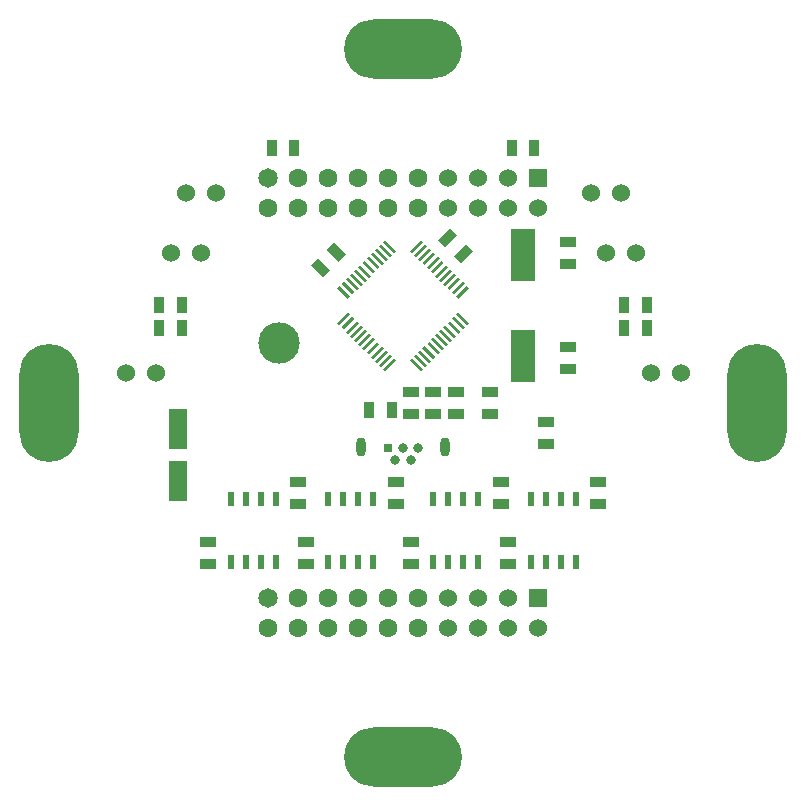
<source format=gbr>
G04 #@! TF.FileFunction,Soldermask,Bot*
%FSLAX46Y46*%
G04 Gerber Fmt 4.6, Leading zero omitted, Abs format (unit mm)*
G04 Created by KiCad (PCBNEW (2015-08-30 BZR 6133)-product) date Sa 31 Okt 2015 12:30:55 CET*
%MOMM*%
G01*
G04 APERTURE LIST*
%ADD10C,0.100000*%
%ADD11C,1.600200*%
%ADD12C,1.651000*%
%ADD13C,1.524000*%
%ADD14R,1.524000X1.524000*%
%ADD15C,3.500000*%
%ADD16R,1.600200X3.500120*%
%ADD17R,1.397000X0.889000*%
%ADD18R,0.889000X1.397000*%
%ADD19R,1.998980X4.500880*%
%ADD20R,0.508000X1.143000*%
%ADD21C,0.800000*%
%ADD22R,0.800000X0.800000*%
%ADD23O,0.800000X1.600000*%
%ADD24O,10.000000X5.001260*%
%ADD25O,5.001260X10.000000*%
G04 APERTURE END LIST*
D10*
D11*
X85485000Y-83860000D03*
D12*
X85485000Y-81320000D03*
D11*
X88025000Y-83860000D03*
X88025000Y-81320000D03*
X90565000Y-83860000D03*
X90565000Y-81320000D03*
X93105000Y-83860000D03*
X93105000Y-81320000D03*
X95645000Y-83860000D03*
X95645000Y-81320000D03*
X98185000Y-83860000D03*
X98185000Y-81320000D03*
D13*
X100725000Y-83860000D03*
X100725000Y-81320000D03*
X103265000Y-83860000D03*
X103265000Y-81320000D03*
X105805000Y-83860000D03*
X105805000Y-81320000D03*
X108345000Y-83860000D03*
D14*
X108345000Y-81320000D03*
D11*
X85455000Y-119420000D03*
D12*
X85485000Y-116880000D03*
D11*
X87995000Y-119420000D03*
X88025000Y-116880000D03*
X90535000Y-119420000D03*
X90565000Y-116880000D03*
X93075000Y-119420000D03*
X93105000Y-116880000D03*
X95615000Y-119420000D03*
X95645000Y-116880000D03*
X98155000Y-119420000D03*
X98185000Y-116880000D03*
D13*
X100695000Y-119420000D03*
X100725000Y-116880000D03*
X103265000Y-119420000D03*
X103265000Y-116880000D03*
X105775000Y-119420000D03*
X105805000Y-116880000D03*
X108315000Y-119420000D03*
D14*
X108345000Y-116880000D03*
D15*
X86405000Y-95290000D03*
D16*
X77865000Y-107014640D03*
X77865000Y-102615360D03*
D17*
X110885000Y-88622500D03*
X110885000Y-86717500D03*
X110885000Y-95607500D03*
X110885000Y-97512500D03*
D10*
G36*
X91097433Y-86784739D02*
X92085261Y-87772567D01*
X91456643Y-88401185D01*
X90468815Y-87413357D01*
X91097433Y-86784739D01*
X91097433Y-86784739D01*
G37*
G36*
X89750395Y-88131777D02*
X90738223Y-89119605D01*
X90109605Y-89748223D01*
X89121777Y-88760395D01*
X89750395Y-88131777D01*
X89750395Y-88131777D01*
G37*
D17*
X99455000Y-99417500D03*
X99455000Y-101322500D03*
X108980000Y-101957500D03*
X108980000Y-103862500D03*
X113425000Y-107037500D03*
X113425000Y-108942500D03*
X105170000Y-107037500D03*
X105170000Y-108942500D03*
X96280000Y-107037500D03*
X96280000Y-108942500D03*
X88025000Y-107037500D03*
X88025000Y-108942500D03*
X105805000Y-114022500D03*
X105805000Y-112117500D03*
X97550000Y-114022500D03*
X97550000Y-112117500D03*
X88660000Y-114022500D03*
X88660000Y-112117500D03*
X80405000Y-114022500D03*
X80405000Y-112117500D03*
D13*
X77230000Y-87670000D03*
X79770000Y-87670000D03*
X73420000Y-97830000D03*
X75960000Y-97830000D03*
X116600000Y-87670000D03*
X114060000Y-87670000D03*
X120410000Y-97830000D03*
X117870000Y-97830000D03*
X78500000Y-82590000D03*
X81040000Y-82590000D03*
X112790000Y-82590000D03*
X115330000Y-82590000D03*
D18*
X95962500Y-101005000D03*
X94057500Y-101005000D03*
D17*
X97550000Y-101322500D03*
X97550000Y-99417500D03*
X101360000Y-99417500D03*
X101360000Y-101322500D03*
X104281000Y-101322500D03*
X104281000Y-99417500D03*
D10*
G36*
X99878258Y-86541086D02*
X100866086Y-85553258D01*
X101494704Y-86181876D01*
X100506876Y-87169704D01*
X99878258Y-86541086D01*
X99878258Y-86541086D01*
G37*
G36*
X101225296Y-87888124D02*
X102213124Y-86900296D01*
X102841742Y-87528914D01*
X101853914Y-88516742D01*
X101225296Y-87888124D01*
X101225296Y-87888124D01*
G37*
D18*
X78182500Y-92115000D03*
X76277500Y-92115000D03*
X78182500Y-94020000D03*
X76277500Y-94020000D03*
X115647500Y-92115000D03*
X117552500Y-92115000D03*
X115647500Y-94020000D03*
X117552500Y-94020000D03*
X85802500Y-78780000D03*
X87707500Y-78780000D03*
X108027500Y-78780000D03*
X106122500Y-78780000D03*
D19*
X107075000Y-87865580D03*
X107075000Y-96364420D03*
D10*
G36*
X102483466Y-93617602D02*
X102306689Y-93794379D01*
X101387450Y-92875140D01*
X101564227Y-92698363D01*
X102483466Y-93617602D01*
X102483466Y-93617602D01*
G37*
G36*
X102129913Y-93971155D02*
X101953136Y-94147932D01*
X101033897Y-93228693D01*
X101210674Y-93051916D01*
X102129913Y-93971155D01*
X102129913Y-93971155D01*
G37*
G36*
X101776359Y-94324709D02*
X101599582Y-94501486D01*
X100680343Y-93582247D01*
X100857120Y-93405470D01*
X101776359Y-94324709D01*
X101776359Y-94324709D01*
G37*
G36*
X101422806Y-94678262D02*
X101246029Y-94855039D01*
X100326790Y-93935800D01*
X100503567Y-93759023D01*
X101422806Y-94678262D01*
X101422806Y-94678262D01*
G37*
G36*
X101069253Y-95031815D02*
X100892476Y-95208592D01*
X99973237Y-94289353D01*
X100150014Y-94112576D01*
X101069253Y-95031815D01*
X101069253Y-95031815D01*
G37*
G36*
X100715699Y-95385369D02*
X100538922Y-95562146D01*
X99619683Y-94642907D01*
X99796460Y-94466130D01*
X100715699Y-95385369D01*
X100715699Y-95385369D01*
G37*
G36*
X100362146Y-95738922D02*
X100185369Y-95915699D01*
X99266130Y-94996460D01*
X99442907Y-94819683D01*
X100362146Y-95738922D01*
X100362146Y-95738922D01*
G37*
G36*
X100008592Y-96092476D02*
X99831815Y-96269253D01*
X98912576Y-95350014D01*
X99089353Y-95173237D01*
X100008592Y-96092476D01*
X100008592Y-96092476D01*
G37*
G36*
X99655039Y-96446029D02*
X99478262Y-96622806D01*
X98559023Y-95703567D01*
X98735800Y-95526790D01*
X99655039Y-96446029D01*
X99655039Y-96446029D01*
G37*
G36*
X99301486Y-96799582D02*
X99124709Y-96976359D01*
X98205470Y-96057120D01*
X98382247Y-95880343D01*
X99301486Y-96799582D01*
X99301486Y-96799582D01*
G37*
G36*
X98947932Y-97153136D02*
X98771155Y-97329913D01*
X97851916Y-96410674D01*
X98028693Y-96233897D01*
X98947932Y-97153136D01*
X98947932Y-97153136D01*
G37*
G36*
X98594379Y-97506689D02*
X98417602Y-97683466D01*
X97498363Y-96764227D01*
X97675140Y-96587450D01*
X98594379Y-97506689D01*
X98594379Y-97506689D01*
G37*
G36*
X95412398Y-97683466D02*
X95235621Y-97506689D01*
X96154860Y-96587450D01*
X96331637Y-96764227D01*
X95412398Y-97683466D01*
X95412398Y-97683466D01*
G37*
G36*
X95058845Y-97329913D02*
X94882068Y-97153136D01*
X95801307Y-96233897D01*
X95978084Y-96410674D01*
X95058845Y-97329913D01*
X95058845Y-97329913D01*
G37*
G36*
X94705291Y-96976359D02*
X94528514Y-96799582D01*
X95447753Y-95880343D01*
X95624530Y-96057120D01*
X94705291Y-96976359D01*
X94705291Y-96976359D01*
G37*
G36*
X94351738Y-96622806D02*
X94174961Y-96446029D01*
X95094200Y-95526790D01*
X95270977Y-95703567D01*
X94351738Y-96622806D01*
X94351738Y-96622806D01*
G37*
G36*
X93998185Y-96269253D02*
X93821408Y-96092476D01*
X94740647Y-95173237D01*
X94917424Y-95350014D01*
X93998185Y-96269253D01*
X93998185Y-96269253D01*
G37*
G36*
X93644631Y-95915699D02*
X93467854Y-95738922D01*
X94387093Y-94819683D01*
X94563870Y-94996460D01*
X93644631Y-95915699D01*
X93644631Y-95915699D01*
G37*
G36*
X93291078Y-95562146D02*
X93114301Y-95385369D01*
X94033540Y-94466130D01*
X94210317Y-94642907D01*
X93291078Y-95562146D01*
X93291078Y-95562146D01*
G37*
G36*
X92937524Y-95208592D02*
X92760747Y-95031815D01*
X93679986Y-94112576D01*
X93856763Y-94289353D01*
X92937524Y-95208592D01*
X92937524Y-95208592D01*
G37*
G36*
X92583971Y-94855039D02*
X92407194Y-94678262D01*
X93326433Y-93759023D01*
X93503210Y-93935800D01*
X92583971Y-94855039D01*
X92583971Y-94855039D01*
G37*
G36*
X92230418Y-94501486D02*
X92053641Y-94324709D01*
X92972880Y-93405470D01*
X93149657Y-93582247D01*
X92230418Y-94501486D01*
X92230418Y-94501486D01*
G37*
G36*
X91876864Y-94147932D02*
X91700087Y-93971155D01*
X92619326Y-93051916D01*
X92796103Y-93228693D01*
X91876864Y-94147932D01*
X91876864Y-94147932D01*
G37*
G36*
X91523311Y-93794379D02*
X91346534Y-93617602D01*
X92265773Y-92698363D01*
X92442550Y-92875140D01*
X91523311Y-93794379D01*
X91523311Y-93794379D01*
G37*
G36*
X92442550Y-91354860D02*
X92265773Y-91531637D01*
X91346534Y-90612398D01*
X91523311Y-90435621D01*
X92442550Y-91354860D01*
X92442550Y-91354860D01*
G37*
G36*
X92796103Y-91001307D02*
X92619326Y-91178084D01*
X91700087Y-90258845D01*
X91876864Y-90082068D01*
X92796103Y-91001307D01*
X92796103Y-91001307D01*
G37*
G36*
X93149657Y-90647753D02*
X92972880Y-90824530D01*
X92053641Y-89905291D01*
X92230418Y-89728514D01*
X93149657Y-90647753D01*
X93149657Y-90647753D01*
G37*
G36*
X93503210Y-90294200D02*
X93326433Y-90470977D01*
X92407194Y-89551738D01*
X92583971Y-89374961D01*
X93503210Y-90294200D01*
X93503210Y-90294200D01*
G37*
G36*
X93856763Y-89940647D02*
X93679986Y-90117424D01*
X92760747Y-89198185D01*
X92937524Y-89021408D01*
X93856763Y-89940647D01*
X93856763Y-89940647D01*
G37*
G36*
X94210317Y-89587093D02*
X94033540Y-89763870D01*
X93114301Y-88844631D01*
X93291078Y-88667854D01*
X94210317Y-89587093D01*
X94210317Y-89587093D01*
G37*
G36*
X94563870Y-89233540D02*
X94387093Y-89410317D01*
X93467854Y-88491078D01*
X93644631Y-88314301D01*
X94563870Y-89233540D01*
X94563870Y-89233540D01*
G37*
G36*
X94917424Y-88879986D02*
X94740647Y-89056763D01*
X93821408Y-88137524D01*
X93998185Y-87960747D01*
X94917424Y-88879986D01*
X94917424Y-88879986D01*
G37*
G36*
X95270977Y-88526433D02*
X95094200Y-88703210D01*
X94174961Y-87783971D01*
X94351738Y-87607194D01*
X95270977Y-88526433D01*
X95270977Y-88526433D01*
G37*
G36*
X95624530Y-88172880D02*
X95447753Y-88349657D01*
X94528514Y-87430418D01*
X94705291Y-87253641D01*
X95624530Y-88172880D01*
X95624530Y-88172880D01*
G37*
G36*
X95978084Y-87819326D02*
X95801307Y-87996103D01*
X94882068Y-87076864D01*
X95058845Y-86900087D01*
X95978084Y-87819326D01*
X95978084Y-87819326D01*
G37*
G36*
X96331637Y-87465773D02*
X96154860Y-87642550D01*
X95235621Y-86723311D01*
X95412398Y-86546534D01*
X96331637Y-87465773D01*
X96331637Y-87465773D01*
G37*
G36*
X97675140Y-87642550D02*
X97498363Y-87465773D01*
X98417602Y-86546534D01*
X98594379Y-86723311D01*
X97675140Y-87642550D01*
X97675140Y-87642550D01*
G37*
G36*
X98028693Y-87996103D02*
X97851916Y-87819326D01*
X98771155Y-86900087D01*
X98947932Y-87076864D01*
X98028693Y-87996103D01*
X98028693Y-87996103D01*
G37*
G36*
X98382247Y-88349657D02*
X98205470Y-88172880D01*
X99124709Y-87253641D01*
X99301486Y-87430418D01*
X98382247Y-88349657D01*
X98382247Y-88349657D01*
G37*
G36*
X98735800Y-88703210D02*
X98559023Y-88526433D01*
X99478262Y-87607194D01*
X99655039Y-87783971D01*
X98735800Y-88703210D01*
X98735800Y-88703210D01*
G37*
G36*
X99089353Y-89056763D02*
X98912576Y-88879986D01*
X99831815Y-87960747D01*
X100008592Y-88137524D01*
X99089353Y-89056763D01*
X99089353Y-89056763D01*
G37*
G36*
X99442907Y-89410317D02*
X99266130Y-89233540D01*
X100185369Y-88314301D01*
X100362146Y-88491078D01*
X99442907Y-89410317D01*
X99442907Y-89410317D01*
G37*
G36*
X99796460Y-89763870D02*
X99619683Y-89587093D01*
X100538922Y-88667854D01*
X100715699Y-88844631D01*
X99796460Y-89763870D01*
X99796460Y-89763870D01*
G37*
G36*
X100150014Y-90117424D02*
X99973237Y-89940647D01*
X100892476Y-89021408D01*
X101069253Y-89198185D01*
X100150014Y-90117424D01*
X100150014Y-90117424D01*
G37*
G36*
X100503567Y-90470977D02*
X100326790Y-90294200D01*
X101246029Y-89374961D01*
X101422806Y-89551738D01*
X100503567Y-90470977D01*
X100503567Y-90470977D01*
G37*
G36*
X100857120Y-90824530D02*
X100680343Y-90647753D01*
X101599582Y-89728514D01*
X101776359Y-89905291D01*
X100857120Y-90824530D01*
X100857120Y-90824530D01*
G37*
G36*
X101210674Y-91178084D02*
X101033897Y-91001307D01*
X101953136Y-90082068D01*
X102129913Y-90258845D01*
X101210674Y-91178084D01*
X101210674Y-91178084D01*
G37*
G36*
X101564227Y-91531637D02*
X101387450Y-91354860D01*
X102306689Y-90435621D01*
X102483466Y-90612398D01*
X101564227Y-91531637D01*
X101564227Y-91531637D01*
G37*
D20*
X107710000Y-113832000D03*
X107710000Y-108498000D03*
X108980000Y-113832000D03*
X110250000Y-113832000D03*
X111520000Y-113832000D03*
X108980000Y-108498000D03*
X110250000Y-108498000D03*
X111520000Y-108498000D03*
X99455000Y-113832000D03*
X99455000Y-108498000D03*
X100725000Y-113832000D03*
X101995000Y-113832000D03*
X103265000Y-113832000D03*
X100725000Y-108498000D03*
X101995000Y-108498000D03*
X103265000Y-108498000D03*
X90565000Y-113832000D03*
X90565000Y-108498000D03*
X91835000Y-113832000D03*
X93105000Y-113832000D03*
X94375000Y-113832000D03*
X91835000Y-108498000D03*
X93105000Y-108498000D03*
X94375000Y-108498000D03*
X82310000Y-113832000D03*
X82310000Y-108498000D03*
X83580000Y-113832000D03*
X84850000Y-113832000D03*
X86120000Y-113832000D03*
X83580000Y-108498000D03*
X84850000Y-108498000D03*
X86120000Y-108498000D03*
D21*
X96915000Y-104180000D03*
D22*
X95615000Y-104180000D03*
D21*
X98215000Y-104180000D03*
X97565000Y-105180000D03*
X96265000Y-105180000D03*
D23*
X93340000Y-104080000D03*
X100490000Y-104080000D03*
D24*
X96915000Y-70370000D03*
D25*
X66915000Y-100370000D03*
X126915000Y-100370000D03*
D24*
X96915000Y-130370000D03*
M02*

</source>
